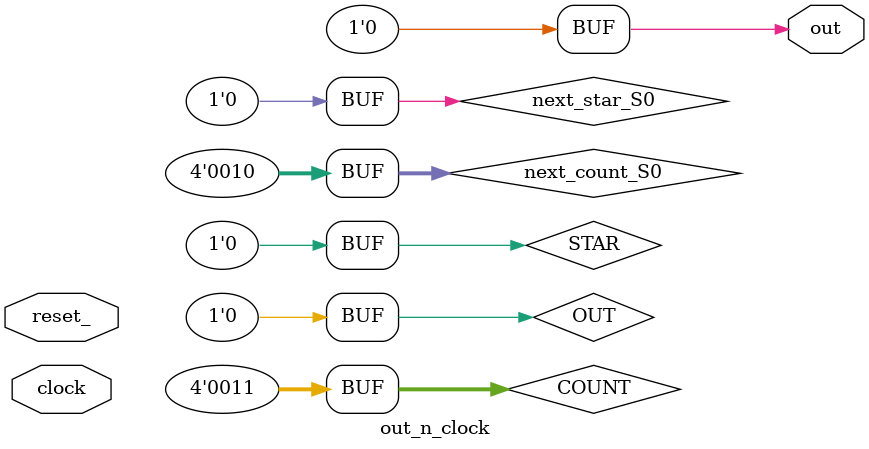
<source format=v>
module out_n_clock(
    out,
    clock, reset_
);

    output out;
    input clock, reset_;

    // registri uscita
    reg OUT;
    assign out = OUT;

    // registri interni

    localparam N = 3;
    reg [3:0] COUNT;

    reg STAR;
    localparam
        S0 = 0,
        S1 = 1;

    always @(reset_ == 0) begin
        OUT = 0;
        COUNT = N;
        STAR = S0;
    end

    wire [3:0] next_count_S0;
    assign #2 next_count_S0 = COUNT - 1;

    wire next_star_S0;
    assign #2 next_star_S0 = (COUNT == 1) ? S1 : S0;

    always @(posedge clock) if (reset_ == 1) #3 begin
        casex (STAR)
            S0 : begin
                OUT <= 1;
                COUNT <= next_count_S0;
                STAR <= next_star_S0;
            end 
            S1 : begin
                OUT <= 0;
                COUNT <= N;
                STAR <= S0;
            end
        endcase
    end

endmodule
</source>
